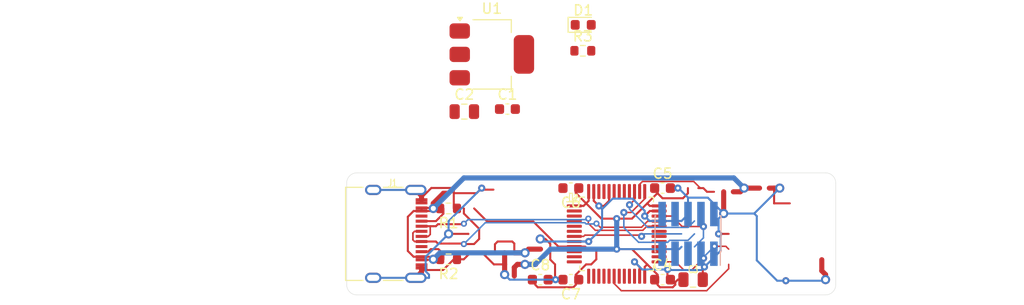
<source format=kicad_pcb>
(kicad_pcb (version 20240108) (generator "pcbnew") (generator_version "8.0")
  (layers (0 "F.Cu" signal "Front") (31 "B.Cu" signal "Back") (34 "B.Paste" user) (35 "F.Paste" user) (36 "B.SilkS" user "B.Silkscreen") (37 "F.SilkS" user "F.Silkscreen") (38 "B.Mask" user) (39 "F.Mask" user) (44 "Edge.Cuts" user))
  (net 0 "")
  (net 1 "gnd")
  (net 2 "usb.gnd")
  (net 3 "usb.conn.cc.cc1")
  (net 4 "usb.conn.cc.cc2")
  (net 5 "led.res.a")
  (net 6 "usb.pwr")
  (net 7 "reg.pwr_out")
  (net 8 "led.signal")
  (net 9 "usb.conn.A5")
  (net 10 "usb.conn.B5")
  (net 11 "mcu.ic.osc.xtal_out")
  (net 12 "mcu.reset_node")
  (net 13 "mcu.ic.osc.xtal_in")
  (net 14 "usb.usb.dp")
  (net 15 "usb.usb.dm")
  (net 16 "mcu.swd.tdi")
  (net 17 "v3v3")
  (net 18 "mcu.swd_node.swdio")
  (net 19 "mcu.swd_node.swclk")
  (net 20 "mcu.swd.swo")
  (footprint "Capacitor_SMD:C_0603_1608Metric" (layer "F.Cu") (at 153 52.5)
    (property "Reference" "C8" (at 0 -1.43 0) (layer "F.SilkS"))
    (property "Value" "50V 1uF X5R ±10% 0603 Multilayer Ceramic Capacitors MLCC - SMD/SMT ROHS")
    (fp_line (start -0.14058 -0.51) (end 0.14058 -0.51) (stroke (width 0.12)) (layer "F.SilkS"))
    (fp_line (start -0.14058 0.51) (end 0.14058 0.51) (stroke (width 0.12)) (layer "F.SilkS"))
    (pad "1" smd roundrect (at -0.775 0) (size 0.9 0.95) (layers "F.Cu" "F.Paste" "F.Mask") (net 7 "reg.pwr_out"))
    (pad "2" smd roundrect (at 0.775 0) (size 0.9 0.95) (layers "F.Cu" "F.Paste" "F.Mask") (net 2 "usb.gnd"))
  )
  (footprint "LED_SMD:LED_0603_1608Metric" (layer "F.Cu") (at 157.215 27.45)
    (property "Reference" "D1" (at 0 -1.43 0) (layer "F.SilkS"))
    (property "Value" "Red 615~630nm 1.9~2.2V 0603 Light Emitting Diodes (LED) RoHS")
    (fp_line (start -1.485 -0.735) (end -1.485 0.735) (stroke (width 0.12)) (layer "F.SilkS"))
    (fp_line (start -1.485 0.735) (end 0.8 0.735) (stroke (width 0.12)) (layer "F.SilkS"))
    (fp_line (start 0.8 -0.735) (end -1.485 -0.735) (stroke (width 0.12)) (layer "F.SilkS"))
    (pad "1" smd roundrect (at -0.7875 0) (size 0.875 0.95) (layers "F.Cu" "F.Paste" "F.Mask") (net 5 "led.res.a"))
    (pad "2" smd roundrect (at 0.7875 0) (size 0.875 0.95) (layers "F.Cu" "F.Paste" "F.Mask") (net 8 "led.signal"))
  )
  (footprint "Connector_USB:USB_C_Receptacle_XKB_U262-16XN-4BVC11" (layer "F.Cu") (at 137.675 48 -90)
    (property "Reference" "J1" (at -5 -0.825 180) (layer "F.SilkS") (effects (font (size 0.7 0.5) (thickness 0.1))))
    (property "Value" "COM-15111")
    (fp_line (start -4.58 3.785) (end -4.58 2.08) (stroke (width 0.12)) (layer "F.SilkS"))
    (fp_line (start 4.58 3.785) (end -4.58 3.785) (stroke (width 0.12)) (layer "F.SilkS"))
    (fp_line (start 4.58 2.08) (end 4.58 3.785) (stroke (width 0.12)) (layer "F.SilkS"))
    (fp_line (start 4.58 0.07) (end 4.58 -1.85) (stroke (width 0.12)) (layer "F.SilkS"))
    (fp_line (start -4.58 -1.85) (end -4.58 0.07) (stroke (width 0.12)) (layer "F.SilkS"))
    (pad "" np_thru_hole circle (at -2.89 -2.605 270) (size 0.65 0.65) (drill 0.65) (layers "*.Cu" "*.Mask"))
    (pad "" np_thru_hole circle (at 2.89 -2.605 270) (size 0.65 0.65) (drill 0.65) (layers "*.Cu" "*.Mask"))
    (pad "A1" smd rect (at -3.35 -3.67 270) (size 0.3 1.15) (layers "F.Cu" "F.Paste" "F.Mask") (net 2 "usb.gnd"))
    (pad "A4" smd rect (at -2.55 -3.67 270) (size 0.3 1.15) (layers "F.Cu" "F.Paste" "F.Mask") (net 6 "usb.pwr"))
    (pad "A5" smd rect (at -1.25 -3.67 270) (size 0.3 1.15) (layers "F.Cu" "F.Paste" "F.Mask") (net 3 "usb.conn.cc.cc1"))
    (pad "A6" smd rect (at -0.25 -3.67 270) (size 0.3 1.15) (layers "F.Cu" "F.Paste" "F.Mask") (net 14 "usb.usb.dp"))
    (pad "A7" smd rect (at 0.25 -3.67 270) (size 0.3 1.15) (layers "F.Cu" "F.Paste" "F.Mask") (net 15 "usb.usb.dm"))
    (pad "A8" smd rect (at 1.25 -3.67 270) (size 0.3 1.15) (layers "F.Cu" "F.Paste" "F.Mask"))
    (pad "A9" smd rect (at 2.55 -3.67 270) (size 0.3 1.15) (layers "F.Cu" "F.Paste" "F.Mask") (net 6 "usb.pwr"))
    (pad "A12" smd rect (at 3.35 -3.67 270) (size 0.3 1.15) (layers "F.Cu" "F.Paste" "F.Mask") (net 2 "usb.gnd"))
    (pad "B1" smd rect (at 3.05 -3.67 270) (size 0.3 1.15) (layers "F.Cu" "F.Paste" "F.Mask") (net 2 "usb.gnd"))
    (pad "B4" smd rect (at 2.25 -3.67 270) (size 0.3 1.15) (layers "F.Cu" "F.Paste" "F.Mask") (net 6 "usb.pwr"))
    (pad "B5" smd rect (at 1.75 -3.67 270) (size 0.3 1.15) (layers "F.Cu" "F.Paste" "F.Mask") (net 4 "usb.conn.cc.cc2"))
    (pad "B6" smd rect (at 0.75 -3.67 270) (size 0.3 1.15) (layers "F.Cu" "F.Paste" "F.Mask") (net 14 "usb.usb.dp"))
    (pad "B7" smd rect (at -0.75 -3.67 270) (size 0.3 1.15) (layers "F.Cu" "F.Paste" "F.Mask") (net 15 "usb.usb.dm"))
    (pad "B8" smd rect (at -1.75 -3.67 270) (size 0.3 1.15) (layers "F.Cu" "F.Paste" "F.Mask"))
    (pad "B9" smd rect (at -2.25 -3.67 270) (size 0.3 1.15) (layers "F.Cu" "F.Paste" "F.Mask") (net 6 "usb.pwr"))
    (pad "B12" smd rect (at -3.05 -3.67 270) (size 0.3 1.15) (layers "F.Cu" "F.Paste" "F.Mask") (net 2 "usb.gnd"))
    (pad "S1" thru_hole oval (at -4.32 -3.105 270) (size 1 2.1) (drill oval 0.6 1.7) (layers "*.Cu" "*.Mask") (net 2 "usb.gnd"))
    (pad "S1" thru_hole oval (at -4.32 1.075 270) (size 1 1.6) (drill oval 0.6 1.2) (layers "*.Cu" "*.Mask") (net 2 "usb.gnd"))
    (pad "S1" thru_hole oval (at 4.32 -3.105 270) (size 1 2.1) (drill oval 0.6 1.7) (layers "*.Cu" "*.Mask") (net 2 "usb.gnd"))
    (pad "S1" thru_hole oval (at 4.32 1.075 270) (size 1 1.6) (drill oval 0.6 1.2) (layers "*.Cu" "*.Mask") (net 2 "usb.gnd"))
  )
  (footprint "Capacitor_SMD:C_0603_1608Metric" (layer "F.Cu") (at 156 43.5 180)
    (property "Reference" "C6" (at 0 -1.43 180) (layer "F.SilkS"))
    (property "Value" "50V 100nF X7R ±10% 0603 Multilayer Ceramic Capacitors MLCC - SMD/SMT ROHS")
    (fp_line (start -0.14058 0.51) (end 0.14058 0.51) (stroke (width 0.12)) (layer "F.SilkS"))
    (fp_line (start -0.14058 -0.51) (end 0.14058 -0.51) (stroke (width 0.12)) (layer "F.SilkS"))
    (pad "1" smd roundrect (at -0.775 0 180) (size 0.9 0.95) (layers "F.Cu" "F.Paste" "F.Mask") (net 7 "reg.pwr_out"))
    (pad "2" smd roundrect (at 0.775 0 180) (size 0.9 0.95) (layers "F.Cu" "F.Paste" "F.Mask") (net 2 "usb.gnd"))
  )
  (footprint "Capacitor_SMD:C_0805_2012Metric" (layer "F.Cu") (at 168 52.5)
    (property "Reference" "C3" (at 0 -1 0) (layer "F.SilkS") (effects (font (size 0.7 0.5) (thickness 0.1))))
    (property "Value" "25V 4.7uF X5R ±10% 0805 Multilayer Ceramic Capacitors MLCC - SMD/SMT ROHS")
    (fp_line (start -0.261252 -0.735) (end 0.261252 -0.735) (stroke (width 0.12)) (layer "F.SilkS"))
    (fp_line (start -0.261252 0.735) (end 0.261252 0.735) (stroke (width 0.12)) (layer "F.SilkS"))
    (pad "1" smd roundrect (at -0.95 0) (size 1 1.45) (layers "F.Cu" "F.Paste" "F.Mask") (net 7 "reg.pwr_out"))
    (pad "2" smd roundrect (at 0.95 0) (size 1 1.45) (layers "F.Cu" "F.Paste" "F.Mask") (net 2 "usb.gnd"))
  )
  (footprint "Package_QFP:LQFP-48_7x7mm_P0.5mm" (layer "F.Cu") (at 160.5 48)
    (property "Reference" "U2" (at -4.25 -3.5 0) (layer "F.SilkS") (effects (font (size 0.7 0.5) (thickness 0.1))))
    (property "Value" "STM32F103xxT6")
    (fp_line (start -3.61 -3.61) (end -3.61 -3.16) (stroke (width 0.12)) (layer "F.SilkS"))
    (fp_line (start -3.61 -3.16) (end -4.9 -3.16) (stroke (width 0.12)) (layer "F.SilkS"))
    (fp_line (start -3.61 3.61) (end -3.61 3.16) (stroke (width 0.12)) (layer "F.SilkS"))
    (fp_line (start -3.16 -3.61) (end -3.61 -3.61) (stroke (width 0.12)) (layer "F.SilkS"))
    (fp_line (start -3.16 3.61) (end -3.61 3.61) (stroke (width 0.12)) (layer "F.SilkS"))
    (fp_line (start 3.16 -3.61) (end 3.61 -3.61) (stroke (width 0.12)) (layer "F.SilkS"))
    (fp_line (start 3.16 3.61) (end 3.61 3.61) (stroke (width 0.12)) (layer "F.SilkS"))
    (fp_line (start 3.61 -3.61) (end 3.61 -3.16) (stroke (width 0.12)) (layer "F.SilkS"))
    (fp_line (start 3.61 3.61) (end 3.61 3.16) (stroke (width 0.12)) (layer "F.SilkS"))
    (pad "1" smd roundrect (at -4.1625 -2.75) (size 1.475 0.3) (layers "F.Cu" "F.Paste" "F.Mask") (net 7 "reg.pwr_out"))
    (pad "2" smd roundrect (at -4.1625 -2.25) (size 1.475 0.3) (layers "F.Cu" "F.Paste" "F.Mask"))
    (pad "3" smd roundrect (at -4.1625 -1.75) (size 1.475 0.3) (layers "F.Cu" "F.Paste" "F.Mask"))
    (pad "4" smd roundrect (at -4.1625 -1.25) (size 1.475 0.3) (layers "F.Cu" "F.Paste" "F.Mask"))
    (pad "5" smd roundrect (at -4.1625 -0.75) (size 1.475 0.3) (layers "F.Cu" "F.Paste" "F.Mask") (net 13 "mcu.ic.osc.xtal_in"))
    (pad "6" smd roundrect (at -4.1625 -0.25) (size 1.475 0.3) (layers "F.Cu" "F.Paste" "F.Mask") (net 11 "mcu.ic.osc.xtal_out"))
    (pad "7" smd roundrect (at -4.1625 0.25) (size 1.475 0.3) (layers "F.Cu" "F.Paste" "F.Mask") (net 12 "mcu.reset_node"))
    (pad "8" smd roundrect (at -4.1625 0.75) (size 1.475 0.3) (layers "F.Cu" "F.Paste" "F.Mask") (net 2 "usb.gnd"))
    (pad "9" smd roundrect (at -4.1625 1.25) (size 1.475 0.3) (layers "F.Cu" "F.Paste" "F.Mask") (net 7 "reg.pwr_out"))
    (pad "10" smd roundrect (at -4.1625 1.75) (size 1.475 0.3) (layers "F.Cu" "F.Paste" "F.Mask") (net 8 "led.signal"))
    (pad "11" smd roundrect (at -4.1625 2.25) (size 1.475 0.3) (layers "F.Cu" "F.Paste" "F.Mask"))
    (pad "12" smd roundrect (at -4.1625 2.75) (size 1.475 0.3) (layers "F.Cu" "F.Paste" "F.Mask"))
    (pad "13" smd roundrect (at -2.75 4.1625) (size 0.3 1.475) (layers "F.Cu" "F.Paste" "F.Mask"))
    (pad "14" smd roundrect (at -2.25 4.1625) (size 0.3 1.475) (layers "F.Cu" "F.Paste" "F.Mask"))
    (pad "15" smd roundrect (at -1.75 4.1625) (size 0.3 1.475) (layers "F.Cu" "F.Paste" "F.Mask"))
    (pad "16" smd roundrect (at -1.25 4.1625) (size 0.3 1.475) (layers "F.Cu" "F.Paste" "F.Mask"))
    (pad "17" smd roundrect (at -0.75 4.1625) (size 0.3 1.475) (layers "F.Cu" "F.Paste" "F.Mask"))
    (pad "18" smd roundrect (at -0.25 4.1625) (size 0.3 1.475) (layers "F.Cu" "F.Paste" "F.Mask"))
    (pad "19" smd roundrect (at 0.25 4.1625) (size 0.3 1.475) (layers "F.Cu" "F.Paste" "F.Mask"))
    (pad "20" smd roundrect (at 0.75 4.1625) (size 0.3 1.475) (layers "F.Cu" "F.Paste" "F.Mask"))
    (pad "21" smd roundrect (at 1.25 4.1625) (size 0.3 1.475) (layers "F.Cu" "F.Paste" "F.Mask"))
    (pad "22" smd roundrect (at 1.75 4.1625) (size 0.3 1.475) (layers "F.Cu" "F.Paste" "F.Mask"))
    (pad "23" smd roundrect (at 2.25 4.1625) (size 0.3 1.475) (layers "F.Cu" "F.Paste" "F.Mask") (net 2 "usb.gnd"))
    (pad "24" smd roundrect (at 2.75 4.1625) (size 0.3 1.475) (layers "F.Cu" "F.Paste" "F.Mask") (net 7 "reg.pwr_out"))
    (pad "25" smd roundrect (at 4.1625 2.75) (size 1.475 0.3) (layers "F.Cu" "F.Paste" "F.Mask"))
    (pad "26" smd roundrect (at 4.1625 2.25) (size 1.475 0.3) (layers "F.Cu" "F.Paste" "F.Mask"))
    (pad "27" smd roundrect (at 4.1625 1.75) (size 1.475 0.3) (layers "F.Cu" "F.Paste" "F.Mask"))
    (pad "28" smd roundrect (at 4.1625 1.25) (size 1.475 0.3) (layers "F.Cu" "F.Paste" "F.Mask"))
    (pad "29" smd roundrect (at 4.1625 0.75) (size 1.475 0.3) (layers "F.Cu" "F.Paste" "F.Mask"))
    (pad "30" smd roundrect (at 4.1625 0.25) (size 1.475 0.3) (layers "F.Cu" "F.Paste" "F.Mask"))
    (pad "31" smd roundrect (at 4.1625 -0.25) (size 1.475 0.3) (layers "F.Cu" "F.Paste" "F.Mask"))
    (pad "32" smd roundrect (at 4.1625 -0.75) (size 1.475 0.3) (layers "F.Cu" "F.Paste" "F.Mask"))
    (pad "33" smd roundrect (at 4.1625 -1.25) (size 1.475 0.3) (layers "F.Cu" "F.Paste" "F.Mask"))
    (pad "34" smd roundrect (at 4.1625 -1.75) (size 1.475 0.3) (layers "F.Cu" "F.Paste" "F.Mask") (net 18 "mcu.swd_node.swdio"))
    (pad "35" smd roundrect (at 4.1625 -2.25) (size 1.475 0.3) (layers "F.Cu" "F.Paste" "F.Mask") (net 2 "usb.gnd"))
    (pad "36" smd roundrect (at 4.1625 -2.75) (size 1.475 0.3) (layers "F.Cu" "F.Paste" "F.Mask") (net 7 "reg.pwr_out"))
    (pad "37" smd roundrect (at 2.75 -4.1625) (size 0.3 1.475) (layers "F.Cu" "F.Paste" "F.Mask") (net 19 "mcu.swd_node.swclk"))
    (pad "38" smd roundrect (at 2.25 -4.1625) (size 0.3 1.475) (layers "F.Cu" "F.Paste" "F.Mask"))
    (pad "39" smd roundrect (at 1.75 -4.1625) (size 0.3 1.475) (layers "F.Cu" "F.Paste" "F.Mask"))
    (pad "40" smd roundrect (at 1.25 -4.1625) (size 0.3 1.475) (layers "F.Cu" "F.Paste" "F.Mask"))
    (pad "41" smd roundrect (at 0.75 -4.1625) (size 0.3 1.475) (layers "F.Cu" "F.Paste" "F.Mask"))
    (pad "42" smd roundrect (at 0.25 -4.1625) (size 0.3 1.475) (layers "F.Cu" "F.Paste" "F.Mask"))
    (pad "43" smd roundrect (at -0.25 -4.1625) (size 0.3 1.475) (layers "F.Cu" "F.Paste" "F.Mask"))
    (pad "44" smd roundrect (at -0.75 -4.1625) (size 0.3 1.475) (layers "F.Cu" "F.Paste" "F.Mask") (net 2 "usb.gnd"))
    (pad "45" smd roundrect (at -1.25 -4.1625) (size 0.3 1.475) (layers "F.Cu" "F.Paste" "F.Mask"))
    (pad "46" smd roundrect (at -1.75 -4.1625) (size 0.3 1.475) (layers "F.Cu" "F.Paste" "F.Mask"))
    (pad "47" smd roundrect (at -2.25 -4.1625) (size 0.3 1.475) (layers "F.Cu" "F.Paste" "F.Mask") (net 2 "usb.gnd"))
    (pad "48" smd roundrect (at -2.75 -4.1625) (size 0.3 1.475) (layers "F.Cu" "F.Paste" "F.Mask") (net 7 "reg.pwr_out"))
  )
  (footprint "Capacitor_SMD:C_0805_2012Metric" (layer "F.Cu") (at 145.545 35.98)
    (property "Reference" "C2" (at 0 -1.68 0) (layer "F.SilkS"))
    (property "Value" "X5R 25V ±10% 10uF 0805 Multilayer Ceramic Capacitors MLCC - SMD/SMT ROHS")
    (fp_line (start -0.261252 -0.735) (end 0.261252 -0.735) (stroke (width 0.12)) (layer "F.SilkS"))
    (fp_line (start -0.261252 0.735) (end 0.261252 0.735) (stroke (width 0.12)) (layer "F.SilkS"))
    (pad "1" smd roundrect (at -0.95 0) (size 1 1.45) (layers "F.Cu" "F.Paste" "F.Mask") (net 7 "reg.pwr_out"))
    (pad "2" smd roundrect (at 0.95 0) (size 1 1.45) (layers "F.Cu" "F.Paste" "F.Mask") (net 2 "usb.gnd"))
  )
  (footprint "Package_TO_SOT_SMD:SOT-223-3_TabPin2" (layer "F.Cu") (at 148.245 30.355)
    (property "Reference" "U1" (at 0 -4.5 0) (layer "F.SilkS"))
    (property "Value" "LD1117S33TR")
    (fp_line (start -1.85 -3.41) (end 1.91 -3.41) (stroke (width 0.12)) (layer "F.SilkS"))
    (fp_line (start -1.85 3.41) (end 1.91 3.41) (stroke (width 0.12)) (layer "F.SilkS"))
    (fp_line (start 1.91 -3.41) (end 1.91 -2.15) (stroke (width 0.12)) (layer "F.SilkS"))
    (fp_line (start 1.91 3.41) (end 1.91 2.15) (stroke (width 0.12)) (layer "F.SilkS"))
    (fp_poly (pts (xy -3.13 -3.31) (xy -3.37 -3.64) (xy -2.89 -3.64) (xy -3.13 -3.31)) (stroke (width 0.12)) (fill solid) (layer "F.SilkS"))
    (pad "1" smd roundrect (at -3.15 -2.3) (size 2 1.5) (layers "F.Cu" "F.Paste" "F.Mask") (net 2 "usb.gnd"))
    (pad "2" smd roundrect (at -3.15 0) (size 2 1.5) (layers "F.Cu" "F.Paste" "F.Mask") (net 7 "reg.pwr_out"))
    (pad "2" smd roundrect (at 3.15 0) (size 2 3.8) (layers "F.Cu" "F.Paste" "F.Mask") (net 7 "reg.pwr_out"))
    (pad "3" smd roundrect (at -3.15 2.3) (size 2 1.5) (layers "F.Cu" "F.Paste" "F.Mask") (net 6 "usb.pwr"))
  )
  (footprint "Resistor_SMD:R_0603_1608Metric" (layer "F.Cu") (at 144 45.5 180)
    (property "Reference" "R1" (at 0 -1.43 180) (layer "F.SilkS"))
    (property "Value" "±1% 1/10W Thick Film Resistors 75V ±100ppm/? -55?~+155? 5.1k? 0603 Chip Resistor - Surface Mount ROHS")
    (fp_line (start -0.237258 0.5225) (end 0.237258 0.5225) (stroke (width 0.12)) (layer "F.SilkS"))
    (fp_line (start -0.237258 -0.5225) (end 0.237258 -0.5225) (stroke (width 0.12)) (layer "F.SilkS"))
    (pad "1" smd roundrect (at -0.825 0 180) (size 0.8 0.95) (layers "F.Cu" "F.Paste" "F.Mask") (net 2 "usb.gnd"))
    (pad "2" smd roundrect (at 0.825 0 180) (size 0.8 0.95) (layers "F.Cu" "F.Paste" "F.Mask") (net 3 "usb.conn.cc.cc1"))
  )
  (footprint "Capacitor_SMD:C_0603_1608Metric" (layer "F.Cu") (at 165 43.5)
    (property "Reference" "C5" (at 0 -1.43 0) (layer "F.SilkS"))
    (property "Value" "50V 100nF X7R ±10% 0603 Multilayer Ceramic Capacitors MLCC - SMD/SMT ROHS")
    (fp_line (start -0.14058 -0.51) (end 0.14058 -0.51) (stroke (width 0.12)) (layer "F.SilkS"))
    (fp_line (start -0.14058 0.51) (end 0.14058 0.51) (stroke (width 0.12)) (layer "F.SilkS"))
    (pad "1" smd roundrect (at -0.775 0) (size 0.9 0.95) (layers "F.Cu" "F.Paste" "F.Mask") (net 7 "reg.pwr_out"))
    (pad "2" smd roundrect (at 0.775 0) (size 0.9 0.95) (layers "F.Cu" "F.Paste" "F.Mask") (net 2 "usb.gnd"))
  )
  (footprint "Resistor_SMD:R_0603_1608Metric" (layer "F.Cu") (at 144 50.5 180)
    (property "Reference" "R2" (at 0 -1.43 180) (layer "F.SilkS"))
    (property "Value" "±1% 1/10W Thick Film Resistors 75V ±100ppm/? -55?~+155? 5.1k? 0603 Chip Resistor - Surface Mount ROHS")
    (fp_line (start -0.237258 0.5225) (end 0.237258 0.5225) (stroke (width 0.12)) (layer "F.SilkS"))
    (fp_line (start -0.237258 -0.5225) (end 0.237258 -0.5225) (stroke (width 0.12)) (layer "F.SilkS"))
    (pad "1" smd roundrect (at -0.825 0 180) (size 0.8 0.95) (layers "F.Cu" "F.Paste" "F.Mask") (net 2 "usb.gnd"))
    (pad "2" smd roundrect (at 0.825 0 180) (size 0.8 0.95) (layers "F.Cu" "F.Paste" "F.Mask") (net 4 "usb.conn.cc.cc2"))
  )
  (footprint "Capacitor_SMD:C_0603_1608Metric" (layer "F.Cu") (at 156 52.5 180)
    (property "Reference" "C7" (at 0 -1.43 180) (layer "F.SilkS"))
    (property "Value" "50V 10nF X7R ±10% 0603 Multilayer Ceramic Capacitors MLCC - SMD/SMT ROHS")
    (fp_line (start -0.14058 0.51) (end 0.14058 0.51) (stroke (width 0.12)) (layer "F.SilkS"))
    (fp_line (start -0.14058 -0.51) (end 0.14058 -0.51) (stroke (width 0.12)) (layer "F.SilkS"))
    (pad "1" smd roundrect (at -0.775 0 180) (size 0.9 0.95) (layers "F.Cu" "F.Paste" "F.Mask") (net 7 "reg.pwr_out"))
    (pad "2" smd roundrect (at 0.775 0 180) (size 0.9 0.95) (layers "F.Cu" "F.Paste" "F.Mask") (net 2 "usb.gnd"))
  )
  (footprint "Capacitor_SMD:C_0603_1608Metric" (layer "F.Cu") (at 165 52.5)
    (property "Reference" "C4" (at 0 -1.43 0) (layer "F.SilkS"))
    (property "Value" "50V 100nF X7R ±10% 0603 Multilayer Ceramic Capacitors MLCC - SMD/SMT ROHS")
    (fp_line (start -0.14058 -0.51) (end 0.14058 -0.51) (stroke (width 0.12)) (layer "F.SilkS"))
    (fp_line (start -0.14058 0.51) (end 0.14058 0.51) (stroke (width 0.12)) (layer "F.SilkS"))
    (pad "1" smd roundrect (at -0.775 0) (size 0.9 0.95) (layers "F.Cu" "F.Paste" "F.Mask") (net 7 "reg.pwr_out"))
    (pad "2" smd roundrect (at 0.775 0) (size 0.9 0.95) (layers "F.Cu" "F.Paste" "F.Mask") (net 2 "usb.gnd"))
  )
  (footprint "Capacitor_SMD:C_0603_1608Metric" (layer "F.Cu") (at 149.775 35.73)
    (property "Reference" "C1" (at 0 -1.43 0) (layer "F.SilkS"))
    (property "Value" "50V 100nF X7R ±10% 0603 Multilayer Ceramic Capacitors MLCC - SMD/SMT ROHS")
    (fp_line (start -0.14058 -0.51) (end 0.14058 -0.51) (stroke (width 0.12)) (layer "F.SilkS"))
    (fp_line (start -0.14058 0.51) (end 0.14058 0.51) (stroke (width 0.12)) (layer "F.SilkS"))
    (pad "1" smd roundrect (at -0.775 0) (size 0.9 0.95) (layers "F.Cu" "F.Paste" "F.Mask") (net 6 "usb.pwr"))
    (pad "2" smd roundrect (at 0.775 0) (size 0.9 0.95) (layers "F.Cu" "F.Paste" "F.Mask") (net 2 "usb.gnd"))
  )
  (footprint "Resistor_SMD:R_0603_1608Metric" (layer "F.Cu") (at 157.175 30)
    (property "Reference" "R3" (at 0 -1.43 0) (layer "F.SilkS"))
    (property "Value" "±1% 1/10W Thick Film Resistors 75V ±100ppm/? -55?~+155? 1k? 0603 Chip Resistor - Surface Mount ROHS")
    (fp_line (start -0.237258 -0.5225) (end 0.237258 -0.5225) (stroke (width 0.12)) (layer "F.SilkS"))
    (fp_line (start -0.237258 0.5225) (end 0.237258 0.5225) (stroke (width 0.12)) (layer "F.SilkS"))
    (pad "1" smd roundrect (at -0.825 0) (size 0.8 0.95) (layers "F.Cu" "F.Paste" "F.Mask") (net 5 "led.res.a"))
    (pad "2" smd roundrect (at 0.825 0) (size 0.8 0.95) (layers "F.Cu" "F.Paste" "F.Mask") (net 2 "usb.gnd"))
  )
  (footprint "Connector_PinHeader_1.27mm:PinHeader_2x05_P1.27mm_Vertical_SMD" (layer "B.Cu") (at 167.5 48 90)
    (property "Reference" "J2" (hide yes))
    (property "Value" "PinHeader1.27 Shrouded 2x5")
    (fp_line (start 1.765 -3.235) (end -1.765 -3.235) (stroke (width 0.12)) (layer "B.SilkS"))
    (fp_line (start 1.765 -3.235) (end 1.765 -3.17) (stroke (width 0.12)) (layer "B.SilkS"))
    (fp_line (start -1.765 -3.235) (end -1.765 -3.17) (stroke (width 0.12)) (layer "B.SilkS"))
    (fp_line (start 1.765 3.17) (end 1.765 3.235) (stroke (width 0.12)) (layer "B.SilkS"))
    (fp_line (start -1.765 3.17) (end -3.09 3.17) (stroke (width 0.12)) (layer "B.SilkS"))
    (fp_line (start -1.765 3.17) (end -1.765 3.235) (stroke (width 0.12)) (layer "B.SilkS"))
    (fp_line (start 1.765 3.235) (end -1.765 3.235) (stroke (width 0.12)) (layer "B.SilkS"))
    (pad "1" smd rect (at -1.95 2.54 90) (size 2.4 0.74) (layers "B.Cu" "B.Paste" "B.Mask") (net 7 "reg.pwr_out"))
    (pad "2" smd rect (at 1.95 2.54 90) (size 2.4 0.74) (layers "B.Cu" "B.Paste" "B.Mask") (net 18 "mcu.swd_node.swdio"))
    (pad "3" smd rect (at -1.95 1.27 90) (size 2.4 0.74) (layers "B.Cu" "B.Paste" "B.Mask") (net 2 "usb.gnd"))
    (pad "4" smd rect (at 1.95 1.27 90) (size 2.4 0.74) (layers "B.Cu" "B.Paste" "B.Mask") (net 19 "mcu.swd_node.swclk"))
    (pad "5" smd rect (at -1.95 0 90) (size 2.4 0.74) (layers "B.Cu" "B.Paste" "B.Mask") (net 2 "usb.gnd"))
    (pad "6" smd rect (at 1.95 0 90) (size 2.4 0.74) (layers "B.Cu" "B.Paste" "B.Mask") (net 20 "mcu.swd.swo"))
    (pad "7" smd rect (at -1.95 -1.27 90) (size 2.4 0.74) (layers "B.Cu" "B.Paste" "B.Mask"))
    (pad "8" smd rect (at 1.95 -1.27 90) (size 2.4 0.74) (layers "B.Cu" "B.Paste" "B.Mask") (net 16 "mcu.swd.tdi"))
    (pad "9" smd rect (at -1.95 -2.54 90) (size 2.4 0.74) (layers "B.Cu" "B.Paste" "B.Mask") (net 2 "usb.gnd"))
    (pad "10" smd rect (at 1.95 -2.54 90) (size 2.4 0.74) (layers "B.Cu" "B.Paste" "B.Mask") (net 12 "mcu.reset_node"))
  )
  (gr_arc (start 134 43) (mid 134.292893 42.292893) (end 135 42) (stroke (width 0.0381)) (layer "Edge.Cuts"))
  (gr_arc (start 182 53) (mid 181.707107 53.707107) (end 181 54) (stroke (width 0.0381)) (layer "Edge.Cuts"))
  (gr_line (start 134 43) (end 134 53) (stroke (width 0.0381)) (layer "Edge.Cuts"))
  (gr_line (start 135 54) (end 181 54) (stroke (width 0.0381)) (layer "Edge.Cuts"))
  (gr_arc (start 181 42) (mid 181.707107 42.292893) (end 182 43) (stroke (width 0.0381)) (layer "Edge.Cuts"))
  (gr_line (start 181 42) (end 135 42) (stroke (width 0.0381)) (layer "Edge.Cuts"))
  (gr_line (start 182 53) (end 182 43) (stroke (width 0.0381)) (layer "Edge.Cuts"))
  (gr_arc (start 135 54) (mid 134.292893 53.707107) (end 134 53) (stroke (width 0.0381)) (layer "Edge.Cuts"))
  (segment (start 142.5 45.45) (end 141.67 45.45) (width 0.2) (layer "F.Cu") (net 0))
  (segment (start 169.362 43.8625) (end 169 43.5) (width 0.2) (layer "F.Cu") (net 0))
  (segment (start 153.02 49.5) (end 151.862 49.5) (width 0.5) (layer "F.Cu") (net 0))
  (segment (start 141.67 50.55) (end 142.38 50.55) (width 0.2) (layer "F.Cu") (net 0))
  (segment (start 142.5 45.5) (end 142.5 45.45) (width 0.5) (layer "F.Cu") (net 0))
  (segment (start 169 43.5) (end 168.7119 43.5) (width 0.2) (layer "F.Cu") (net 0))
  (segment (start 143.5 44) (end 143.95 44) (width 0.5) (layer "F.Cu") (net 0))
  (segment (start 142.38 50.55) (end 142.44 50.4897) (width 0.2) (layer "F.Cu") (net 0))
  (segment (start 141.345 45.75) (end 140.57 45.75) (width 0.2) (layer "F.Cu") (net 0))
  (segment (start 169.3313 53.5858) (end 171.49 51.4271) (width 0.15) (layer "F.Cu") (net 0))
  (segment (start 170.05 43.8625) (end 169.362 43.8625) (width 0.2) (layer "F.Cu") (net 0))
  (segment (start 168.0615 42.8496) (end 163.0266 42.8496) (width 0.15) (layer "F.Cu") (net 0))
  (segment (start 142.4897 50.4897) (end 142.5 50.5) (width 0.2) (layer "F.Cu") (net 0))
  (segment (start 168.7119 43.5) (end 168.0615 42.8496) (width 0.15) (layer "F.Cu") (net 0))
  (segment (start 142.5 45.45) (end 142.2 45.75) (width 0.2) (layer "F.Cu") (net 0))
  (segment (start 172.638 43.8625) (end 173 43.5) (width 0.5) (layer "F.Cu") (net 0))
  (segment (start 167.8744 51.5488) (end 169.0282 50.395) (width 0.15) (layer "F.Cu") (net 0))
  (segment (start 160.25 52.1625) (end 160.25 52.8848) (width 0.15) (layer "F.Cu") (net 0))
  (segment (start 163.0266 42.8496) (end 162.75 43.1262) (width 0.15) (layer "F.Cu") (net 0))
  (segment (start 148.55 49.8625) (end 148.55 49.0172) (width 0.2) (layer "F.Cu") (net 0))
  (segment (start 140.57 45.75) (end 140 46.32) (width 0.2) (layer "F.Cu") (net 0))
  (segment (start 151.5 49.8625) (end 150.45 49.8625) (width 0.5) (layer "F.Cu") (net 0))
  (segment (start 140.57 50.25) (end 141.345 50.25) (width 0.2) (layer "F.Cu") (net 0))
  (segment (start 142.2 45.75) (end 141.67 45.75) (width 0.2) (layer "F.Cu") (net 0))
  (segment (start 140 46.32) (end 140 49.68) (width 0.2) (layer "F.Cu") (net 0))
  (segment (start 141.345 50.25) (end 142.32 50.25) (width 0.2) (layer "F.Cu") (net 0))
  (segment (start 166.2857 50.75) (end 167.0845 51.5488) (width 0.15) (layer "F.Cu") (net 0))
  (segment (start 151.862 49.5) (end 151.5 49.8625) (width 0.5) (layer "F.Cu") (net 0))
  (segment (start 142.32 50.25) (end 142.5 50.25) (width 0.2) (layer "F.Cu") (net 0))
  (segment (start 162.75 43.1262) (end 162.75 43.8375) (width 0.15) (layer "F.Cu") (net 0))
  (segment (start 148.817 48.75) (end 150.25 48.75) (width 0.2) (layer "F.Cu") (net 0))
  (segment (start 142.5 50.4295) (end 142.32 50.25) (width 0.2) (layer "F.Cu") (net 0))
  (segment (start 141.67 50.55) (end 141.345 50.55) (width 0.2) (layer "F.Cu") (net 0))
  (segment (start 174.52 43.5) (end 173 43.5) (width 0.5) (layer "F.Cu") (net 0))
  (segment (start 150.45 48.95) (end 150.45 49.8625) (width 0.2) (layer "F.Cu") (net 0))
  (segment (start 142.5 45.45) (end 142.5 45) (width 0.5) (layer "F.Cu") (net 0))
  (segment (start 171.49 51.4271) (end 171.49 51) (width 0.15) (layer "F.Cu") (net 0))
  (segment (start 148.55 49.0172) (end 148.817 48.75) (width 0.2) (layer "F.Cu") (net 0))
  (segment (start 170.0957 49.2198) (end 171.2098 49.2198) (width 0.15) (layer "F.Cu") (net 0))
  (segment (start 164.6625 50.75) (end 166.2857 50.75) (width 0.15) (layer "F.Cu") (net 0))
  (segment (start 142.44 50.4897) (end 142.5 50.4295) (width 0.2) (layer "F.Cu") (net 0))
  (segment (start 168.7119 43.5) (end 168.51 43.5) (width 0.2) (layer "F.Cu") (net 0))
  (segment (start 141.345 45.75) (end 141.345 45.45) (width 0.2) (layer "F.Cu") (net 0))
  (segment (start 160.25 52.8848) (end 160.951 53.5858) (width 0.15) (layer "F.Cu") (net 0))
  (segment (start 160.951 53.5858) (end 169.3313 53.5858) (width 0.15) (layer "F.Cu") (net 0))
  (segment (start 142.44 50.4897) (end 142.4897 50.4897) (width 0.2) (layer "F.Cu") (net 0))
  (segment (start 140 49.68) (end 140.57 50.25) (width 0.2) (layer "F.Cu") (net 0))
  (segment (start 171.95 43.8625) (end 172.638 43.8625) (width 0.5) (layer "F.Cu") (net 0))
  (segment (start 142.5 45) (end 143.5 44) (width 0.5) (layer "F.Cu") (net 0))
  (segment (start 167.0845 51.5488) (end 167.8744 51.5488) (width 0.15) (layer "F.Cu") (net 0))
  (segment (start 171.2098 49.2198) (end 171.49 49.5) (width 0.15) (layer "F.Cu") (net 0))
  (segment (start 150.25 48.75) (end 150.45 48.95) (width 0.2) (layer "F.Cu") (net 0))
  (segment (start 141.67 45.75) (end 141.345 45.75) (width 0.2) (layer "F.Cu") (net 0))
  (via (at 142.5 50.5) (size 0.9) (drill 0.5) (layers "F.Cu" "B.Cu") (net 0))
  (via (at 173 43.5) (size 0.9) (drill 0.5) (layers "F.Cu" "B.Cu") (net 0))
  (via (at 170.0957 49.2198) (size 0.7) (drill 0.3) (layers "F.Cu" "B.Cu") (net 0))
  (via (at 142.5 45.5) (size 0.9) (drill 0.5) (layers "F.Cu" "B.Cu") (net 0))
  (via (at 151.5 49.8625) (size 0.9) (drill 0.5) (layers "F.Cu" "B.Cu") (net 0))
  (via (at 169.0282 50.395) (size 0.7) (drill 0.3) (layers "F.Cu" "B.Cu") (net 0))
  (segment (start 143.138 49.8625) (end 151.5 49.8625) (width 0.5) (layer "B.Cu") (net 0))
  (segment (start 169.0282 50.2873) (end 169.0282 50.395) (width 0.15) (layer "B.Cu") (net 0))
  (segment (start 142.5 45.5) (end 145.5 42.5) (width 0.5) (layer "B.Cu") (net 0))
  (segment (start 142.5 50.5) (end 143.138 49.8625) (width 0.5) (layer "B.Cu") (net 0))
  (segment (start 170.0957 49.2198) (end 169.0282 50.2873) (width 0.15) (layer "B.Cu") (net 0))
  (segment (start 145.5 42.5) (end 172 42.5) (width 0.5) (layer "B.Cu") (net 0))
  (segment (start 172 42.5) (end 173 43.5) (width 0.5) (layer "B.Cu") (net 0))
  (segment (start 141.345 51.5525) (end 141.345 51.755) (width 0.5) (layer "F.Cu") (net 1))
  (segment (start 148.4441 51) (end 147.3327 49.8886) (width 0.2) (layer "F.Cu") (net 1))
  (segment (start 141.345 44.245) (end 140.78 43.68) (width 0.5) (layer "F.Cu") (net 1))
  (segment (start 164.6625 45.75) (end 164.662 45.75) (width 0.2) (layer "F.Cu") (net 1))
  (segment (start 159.25 45.25) (end 158.75 45.25) (width 0.2) (layer "F.Cu") (net 1))
  (segment (start 165.48 52.5) (end 165.48 51.52) (width 0.2) (layer "F.Cu") (net 1))
  (segment (start 154.45 51) (end 154.45 52.45) (width 0.2) (layer "F.Cu") (net 1))
  (segment (start 142.3039 43.4886) (end 144.2544 43.4886) (width 0.2) (layer "F.Cu") (net 1))
  (segment (start 180.63 50.54) (end 180.63 51.63) (width 0.5) (layer "F.Cu") (net 1))
  (segment (start 144.2544 43.4886) (end 144.51 43.7442) (width 0.2) (layer "F.Cu") (net 1))
  (segment (start 165.48 51.52) (end 165.5 51.5) (width 0.2) (layer "F.Cu") (net 1))
  (segment (start 141.345 51.755) (end 140.78 52.32) (width 0.5) (layer "F.Cu") (net 1))
  (segment (start 163.75 45.75) (end 163.25 46.25) (width 0.2) (layer "F.Cu") (net 1))
  (segment (start 146.05 44) (end 146.75 44) (width 0.2) (layer "F.Cu") (net 1))
  (segment (start 153.5 48.5) (end 153 48.5) (width 0.2) (layer "F.Cu") (net 1))
  (segment (start 143.4575 51.5525) (end 144.51 50.5) (width 0.2) (layer "F.Cu") (net 1))
  (segment (start 153.98 49.5) (end 153.98 48.98) (width 0.2) (layer "F.Cu") (net 1))
  (segment (start 144.51 44) (end 146.05 44) (width 0.2) (layer "F.Cu") (net 1))
  (segment (start 141.345 44.4475) (end 142.3039 43.4886) (width 0.2) (layer "F.Cu") (net 1))
  (segment (start 149.5 51) (end 148.4441 51) (width 0.2) (layer "F.Cu") (net 1))
  (segment (start 146.1014 49.8886) (end 145.49 50.5) (width 0.2) (layer "F.Cu") (net 1))
  (segment (start 155.52 52.5) (end 154.5 52.5) (width 0.2) (layer "F.Cu") (net 1))
  (segment (start 175.95 45) (end 175.95 43.5) (width 0.2) (layer "F.Cu") (net 1))
  (segment (start 153.48 52.5) (end 154.5 52.5) (width 0.2) (layer "F.Cu") (net 1))
  (segment (start 141.345 51.5525) (end 143.4575 51.5525) (width 0.2) (layer "F.Cu") (net 1))
  (segment (start 158.25 43.8375) (end 158.25 44.75) (width 0.2) (layer "F.Cu") (net 1))
  (segment (start 168.95 51.414) (end 169.113 51.251) (width 0.2) (layer "F.Cu") (net 1))
  (segment (start 146.75 44) (end 147.25 43.5) (width 0.2) (layer "F.Cu") (net 1))
  (segment (start 141.345 44.95) (end 141.345 44.65) (width 0.2) (layer "F.Cu") (net 1))
  (segment (start 154.45 52.45) (end 154.5 52.5) (width 0.2) (layer "F.Cu") (net 1))
  (segment (start 156.338 48.75) (end 157.75 48.75) (width 0.2) (layer "F.Cu") (net 1))
  (segment (start 141.345 51.35) (end 141.345 51.5525) (width 0.5) (layer "F.Cu") (net 1))
  (segment (start 171 43.8625) (end 171 46) (width 0.5) (layer "F.Cu") (net 1))
  (segment (start 164.662 45.75) (end 163.75 45.75) (width 0.2) (layer "F.Cu") (net 1))
  (segment (start 175.48 43.5) (end 175.95 43.5) (width 0.5) (layer "F.Cu") (net 1))
  (segment (start 144.51 44) (end 144.51 45.5) (width 0.2) (layer "F.Cu") (net 1))
  (segment (start 141.345 44.65) (end 141.345 44.4475) (width 0.5) (layer "F.Cu") (net 1))
  (segment (start 147.3327 49.8886) (end 146.1014 49.8886) (width 0.2) (layer "F.Cu") (net 1))
  (segment (start 145.9375 48) (end 144 48) (width 0.2) (layer "F.Cu") (net 1))
  (segment (start 149.5 49.8625) (end 149.5 51) (width 0.5) (layer "F.Cu") (net 1))
  (segment (start 162.75 51.25) (end 162.25 50.75) (width 0.2) (layer "F.Cu") (net 1))
  (segment (start 141.345 51.05) (end 141.345 51.35) (width 0.2) (layer "F.Cu") (net 1))
  (segment (start 144.51 50.5) (end 145.49 50.5) (width 0.2) (layer "F.Cu") (net 1))
  (segment (start 145.938 48) (end 145.9375 48) (width 0.2) (layer "F.Cu") (net 1))
  (segment (start 154.45 51) (end 153.98 50.53) (width 0.2) (layer "F.Cu") (net 1))
  (segment (start 159.75 44.75) (end 159.25 45.25) (width 0.2) (layer "F.Cu") (net 1))
  (segment (start 149.5 51) (end 149.5 52) (width 0.5) (layer "F.Cu") (net 1))
  (segment (start 153.98 50.53) (end 153.98 49.5) (width 0.2) (layer "F.Cu") (net 1))
  (segment (start 180.63 51.63) (end 181 52) (width 0.5) (layer "F.Cu") (net 1))
  (segment (start 181 52) (end 181 52.5) (width 0.5) (layer "F.Cu") (net 1))
  (segment (start 159.75 43.8375) (end 159.75 44.75) (width 0.2) (layer "F.Cu") (net 1))
  (segment (start 153.98 48.98) (end 153.5 48.5) (width 0.2) (layer "F.Cu") (net 1))
  (segment (start 175.95 43.5) (end 176.5 43.5) (width 0.5) (layer "F.Cu") (net 1))
  (segment (start 141.345 44.4475) (end 141.345 44.245) (width 0.5) (layer "F.Cu") (net 1))
  (segment (start 156.338 48.75) (end 156.3375 48.75) (width 0.2) (layer "F.Cu") (net 1))
  (segment (start 168.95 52.5) (end 168.95 51.414) (width 0.2) (layer "F.Cu") (net 1))
  (segment (start 175.95 45) (end 177.49 45) (width 0.2) (layer "F.Cu") (net 1))
  (segment (start 147.4 43.65) (end 147.25 43.5) (width 0.2) (layer "F.Cu") (net 1))
  (segment (start 148.4 43.65) (end 147.4 43.65) (width 0.2) (layer "F.Cu") (net 1))
  (segment (start 162.75 52.1625) (end 162.75 51.25) (width 0.2) (layer "F.Cu") (net 1))
  (segment (start 166.5 43.5) (end 165.48 43.5) (width 0.2) (layer "F.Cu") (net 1))
  (segment (start 158.25 44.75) (end 158.75 45.25) (width 0.2) (layer "F.Cu") (net 1))
  (segment (start 171.49 48) (end 170.5 48) (width 0.2) (layer "F.Cu") (net 1))
  (segment (start 144.51 43.7442) (end 144.51 44) (width 0.2) (layer "F.Cu") (net 1))
  (via (at 166.5 43.5) (size 0.7) (drill 0.3) (layers "F.Cu" "B.Cu") (net 1))
  (via (at 170.5 48) (size 0.7) (drill 0.3) (layers "F.Cu" "B.Cu") (net 1))
  (via (at 162.25 50.75) (size 0.7) (drill 0.3) (layers "F.Cu" "B.Cu") (net 1))
  (via (at 176.5 43.5) (size 0.9) (drill 0.5) (layers "F.Cu" "B.Cu") (net 1))
  (via (at 154.5 52.5) (size 0.7) (drill 0.3) (layers "F.Cu" "B.Cu") (net 1))
  (via (at 181 52.5) (size 0.9) (drill 0.5) (layers "F.Cu" "B.Cu") (net 1))
  (via (at 165.5 51.5) (size 0.7) (drill 0.3) (layers "F.Cu" "B.Cu") (net 1))
  (via (at 144 48) (size 0.9) (drill 0.5) (layers "F.Cu" "B.Cu") (net 1))
  (via (at 169.113 51.251) (size 0.7) (drill 0.3) (layers "F.Cu" "B.Cu") (net 1))
  (via (at 158.75 45.25) (size 0.7) (drill 0.3) (layers "F.Cu" "B.Cu") (net 1))
  (via (at 153 48.5) (size 0.9) (drill 0.5) (layers "F.Cu" "B.Cu") (net 1))
  (via (at 147.25 43.5) (size 0.7) (drill 0.3) (layers "F.Cu" "B.Cu") (net 1))
  (via (at 163.25 46.25) (size 0.7) (drill 0.3) (layers "F.Cu" "B.Cu") (net 1))
  (via (at 177.1019 52.6048) (size 0.7) (drill 0.3) (layers "F.Cu" "B.Cu") (net 1))
  (via (at 149.5 52) (size 0.9) (drill 0.5) (layers "F.Cu" "B.Cu") (net 1))
  (via (at 171 46) (size 0.9) (drill 0.5) (layers "F.Cu" "B.Cu") (net 1))
  (via (at 157.75 48.75) (size 0.7) (drill 0.3) (layers "F.Cu" "B.Cu") (net 1))
  (segment (start 176.2505 52.6048) (end 174.2508 50.6051) (width 0.2) (layer "B.Cu") (net 1))
  (segment (start 141.7505 50.2495) (end 141.7505 51.6797) (width 0.2) (layer "B.Cu") (net 1))
  (segment (start 167.5 44.4375) (end 166.5625 43.5) (width 0.2) (layer "B.Cu") (net 1))
  (segment (start 166.865 46.73) (end 167.5 46.095) (width 0.2) (layer "B.Cu") (net 1))
  (segment (start 165.5 51.5) (end 165.5551 51.5551) (width 0.2) (layer "B.Cu") (net 1))
  (segment (start 174.2508 46.2508) (end 174 46) (width 0.2) (layer "B.Cu") (net 1))
  (segment (start 159.0675 47.4325) (end 159.0675 45.5675) (width 0.2) (layer "B.Cu") (net 1))
  (segment (start 169.4375 44.4375) (end 171 46) (width 0.2) (layer "B.Cu") (net 1))
  (segment (start 163 51.5) (end 162.25 50.75) (width 0.2) (layer "B.Cu") (net 1))
  (segment (start 181 52.5) (end 180.8952 52.6048) (width 0.2) (layer "B.Cu") (net 1))
  (segment (start 176.5 43.5) (end 174 46) (width 0.2) (layer "B.Cu") (net 1))
  (segment (start 163.25 46.25) (end 163.25 45.7348) (width 0.2) (layer "B.Cu") (net 1))
  (segment (start 141.7505 51.6797) (end 142.0801 52.0093) (width 0.2) (layer "B.Cu") (net 1))
  (segment (start 174 46) (end 171 46) (width 0.2) (layer "B.Cu") (net 1))
  (segment (start 140.78 52.32) (end 142.0801 52.32) (width 0.2) (layer "B.Cu") (net 1))
  (segment (start 162.0507 44.5355) (end 160.0995 44.5355) (width 0.2) (layer "B.Cu") (net 1))
  (segment (start 165.5 51.5) (end 163 51.5) (width 0.2) (layer "B.Cu") (net 1))
  (segment (start 180.8952 52.6048) (end 177.1019 52.6048) (width 0.2) (layer "B.Cu") (net 1))
  (segment (start 177.1019 52.6048) (end 176.2505 52.6048) (width 0.2) (layer "B.Cu") (net 1))
  (segment (start 157.75 48.75) (end 153.25 48.75) (width 0.2) (layer "B.Cu") (net 1))
  (segment (start 166.5625 43.5) (end 166.5 43.5) (width 0.2) (layer "B.Cu") (net 1))
  (segment (start 157.75 48.75) (end 159.0675 47.4325) (width 0.2) (layer "B.Cu") (net 1))
  (segment (start 140.78 43.68) (end 136.6 43.68) (width 0.2) (layer "B.Cu") (net 1))
  (segment (start 150 52.5) (end 149.5 52) (width 0.2) (layer "B.Cu") (net 1))
  (segment (start 136.6 52.32) (end 140.78 52.32) (width 0.2) (layer "B.Cu") (net 1))
  (segment (start 168.8089 51.5551) (end 169.113 51.251) (width 0.2) (layer "B.Cu") (net 1))
  (segment (start 147.25 43.5) (end 144 46.75) (width 0.2) (layer "B.Cu") (net 1))
  (segment (start 166.865 46.73) (end 163.73 46.73) (width 0.2) (layer "B.Cu") (net 1))
  (segment (start 174.2508 50.6051) (end 174.2508 46.2508) (width 0.2) (layer "B.Cu") (net 1))
  (segment (start 167.5 44.4375) (end 169.4375 44.4375) (width 0.2) (layer "B.Cu") (net 1))
  (segment (start 160.0995 44.5355) (end 159.0675 45.5675) (width 0.2) (layer "B.Cu") (net 1))
  (segment (start 170.5 46.5) (end 170.5 48) (width 0.2) (layer "B.Cu") (net 1))
  (segment (start 165.5551 51.5551) (end 168.8089 51.5551) (width 0.2) (layer "B.Cu") (net 1))
  (segment (start 163.73 46.73) (end 163.25 46.25) (width 0.2) (layer "B.Cu") (net 1))
  (segment (start 144 48) (end 141.7505 50.2495) (width 0.2) (layer "B.Cu") (net 1))
  (segment (start 159.0675 45.5675) (end 158.75 45.25) (width 0.2) (layer "B.Cu") (net 1))
  (segment (start 170.7108 49.6532) (end 170.7108 48.2108) (width 0.2) (layer "B.Cu") (net 1))
  (segment (start 153.25 48.75) (end 153 48.5) (width 0.2) (layer "B.Cu") (net 1))
  (segment (start 169.113 51.251) (end 170.7108 49.6532) (width 0.2) (layer "B.Cu") (net 1))
  (segment (start 142.0801 52.0093) (end 142.0801 52.32) (width 0.2) (layer "B.Cu") (net 1))
  (segment (start 171 46) (end 170.5 46.5) (width 0.2) (layer "B.Cu") (net 1))
  (segment (start 163.25 45.7348) (end 162.0507 44.5355) (width 0.2) (layer "B.Cu") (net 1))
  (segment (start 167.5 46.095) (end 167.5 44.4375) (width 0.2) (layer "B.Cu") (net 1))
  (segment (start 154.5 52.5) (end 150 52.5) (width 0.2) (layer "B.Cu") (net 1))
  (segment (start 144 46.75) (end 144 48) (width 0.2) (layer "B.Cu") (net 1))
  (segment (start 170.7108 48.2108) (end 170.5 48) (width 0.2) (layer "B.Cu") (net 1))
  (segment (start 143.49 45.5) (end 143.49 46.015) (width 0.2) (layer "F.Cu") (net 9))
  (segment (start 143.003 46.5025) (end 142.755 46.75) (width 0.2) (layer "F.Cu") (net 9))
  (segment (start 142.755 46.75) (end 141.345 46.75) (width 0.2) (layer "F.Cu") (net 9))
  (segment (start 143.49 46.015) (end 143.003 46.5025) (width 0.2) (layer "F.Cu") (net 9))
  (segment (start 143 49.5) (end 143.49 49.99) (width 0.2) (layer "F.Cu") (net 10))
  (segment (start 143.49 49.99) (end 143.49 50.5) (width 0.2) (layer "F.Cu") (net 10))
  (segment (start 142.25 49.5) (end 143 49.5) (width 0.2) (layer "F.Cu") (net 10))
  (segment (start 141.345 49.75) (end 142 49.75) (width 0.2) (layer "F.Cu") (net 10))
  (segment (start 142 49.75) (end 142.25 49.5) (width 0.2) (layer "F.Cu") (net 10))
  (segment (start 157.25 48.25) (end 156.3375 48.25) (width 0.15) (layer "F.Cu") (net 12))
  (segment (start 157.3745 48.1255) (end 157.25 48.25) (width 0.15) (layer "F.Cu") (net 12))
  (segment (start 162.9414 48.2437) (end 162.8232 48.1255) (width 0.15) (layer "F.Cu") (net 12))
  (segment (start 162.8232 48.1255) (end 157.3745 48.1255) (width 0.15) (layer "F.Cu") (net 12))
  (via (at 162.9414 48.2437) (size 0.7) (drill 0.3) (layers "F.Cu" "B.Cu") (net 12))
  (segment (start 162.9414 48.2437) (end 163.1851 48) (width 0.15) (layer "B.Cu") (net 12))
  (segment (start 163.1851 48) (end 166.865 48) (width 0.15) (layer "B.Cu") (net 12))
  (segment (start 145.49 45.5) (end 145.5 45.51) (width 0.2) (layer "F.Cu") (net 14))
  (segment (start 145.45 48.95) (end 144.0625 48.95) (width 0.2) (layer "F.Cu") (net 14))
  (segment (start 147 48.5) (end 146.5 49) (width 0.2) (layer "F.Cu") (net 14))
  (segment (start 163.538 46.75) (end 162.938 47.35) (width 0.15) (layer "F.Cu") (net 14))
  (segment (start 158.88 47.35) (end 158.516 46.9867) (width 0.15) (layer "F.Cu") (net 14))
  (segment (start 162.938 47.35) (end 158.88 47.35) (width 0.15) (layer "F.Cu") (net 14))
  (segment (start 164.662 46.75) (end 164.6625 46.75) (width 0.15) (layer "F.Cu") (net 14))
  (segment (start 146.5 49) (end 145.5 49) (width 0.2) (layer "F.Cu") (net 14))
  (segment (start 145.45 48.95) (end 145.5 49) (width 0.15) (layer "F.Cu") (net 14))
  (segment (start 140.66 47.75) (end 141.345 47.75) (width 0.16) (layer "F.Cu") (net 14))
  (segment (start 164.662 46.75) (end 163.538 46.75) (width 0.15) (layer "F.Cu") (net 14))
  (segment (start 142.95 48.95) (end 142.75 48.75) (width 0.2) (layer "F.Cu") (net 14))
  (segment (start 141.67 48.75) (end 141.345 48.75) (width 0.16) (layer "F.Cu") (net 14))
  (segment (start 140.5 48.59) (end 140.5 47.91) (width 0.16) (layer "F.Cu") (net 14))
  (segment (start 147 47.5) (end 147 48.5) (width 0.2) (layer "F.Cu") (net 14))
  (segment (start 140.66 48.75) (end 140.5 48.59) (width 0.16) (layer "F.Cu") (net 14))
  (segment (start 140.5 47.91) (end 140.66 47.75) (width 0.16) (layer "F.Cu") (net 14))
  (segment (start 144.0625 48.95) (end 142.95 48.95) (width 0.2) (layer "F.Cu") (net 14))
  (segment (start 141.345 48.75) (end 140.66 48.75) (width 0.16) (layer "F.Cu") (net 14))
  (segment (start 142.75 48.75) (end 141.67 48.75) (width 0.2) (layer "F.Cu") (net 14))
  (segment (start 145.5 46) (end 147 47.5) (width 0.2) (layer "F.Cu") (net 14))
  (segment (start 145.5 45.51) (end 145.5 46) (width 0.2) (layer "F.Cu") (net 14))
  (via (at 145.5 49) (size 0.6) (drill 0.3) (layers "F.Cu" "B.Cu") (net 14))
  (via (at 158.516 46.9867) (size 0.6) (drill 0.3) (layers "F.Cu" "B.Cu") (net 14))
  (segment (start 158.516 46.9867) (end 158.478 47.025) (width 0.15) (layer "B.Cu") (net 14))
  (segment (start 158.478 47.025) (end 157.5 47.025) (width 0.15) (layer "B.Cu") (net 14))
  (segment (start 157.375 46.9) (end 147.6 46.9) (width 0.15) (layer "B.Cu") (net 14))
  (segment (start 157.5 47.025) (end 157.375 46.9) (width 0.15) (layer "B.Cu") (net 14))
  (segment (start 147.6 46.9) (end 145.5 49) (width 0.15) (layer "B.Cu") (net 14))
  (segment (start 164.662 47.25) (end 164.6625 47.25) (width 0.15) (layer "F.Cu") (net 15))
  (segment (start 142.2 47.25) (end 142.5 47.25) (width 0.16) (layer "F.Cu") (net 15))
  (segment (start 144.0625 47.05) (end 145.45 47.05) (width 0.2) (layer "F.Cu") (net 15))
  (segment (start 142.75 47.25) (end 142.95 47.05) (width 0.2) (layer "F.Cu") (net 15))
  (segment (start 158.4 47.65) (end 157.717 46.9672) (width 0.15) (layer "F.Cu") (net 15))
  (segment (start 145.45 47.05) (end 145.5 47) (width 0.2) (layer "F.Cu") (net 15))
  (segment (start 163.462 47.25) (end 163.062 47.65) (width 0.15) (layer "F.Cu") (net 15))
  (segment (start 157.717 46.9672) (end 157.717 46.5) (width 0.15) (layer "F.Cu") (net 15))
  (segment (start 142.2 47.25) (end 142.5 47.25) (width 0.2) (layer "F.Cu") (net 15))
  (segment (start 142.2 47.25) (end 142.5 47.25) (width 0.16) (layer "F.Cu") (net 15))
  (segment (start 141.67 47.25) (end 141.345 47.25) (width 0.15) (layer "F.Cu") (net 15))
  (segment (start 141.67 47.25) (end 141.935 47.25) (width 0.16) (layer "F.Cu") (net 15))
  (segment (start 163.062 47.65) (end 158.4 47.65) (width 0.15) (layer "F.Cu") (net 15))
  (segment (start 141.67 48.25) (end 142 48.25) (width 0.16) (layer "F.Cu") (net 15))
  (segment (start 164.662 47.25) (end 163.462 47.25) (width 0.15) (layer "F.Cu") (net 15))
  (segment (start 141.67 47.25) (end 141.935 47.25) (width 0.2) (layer "F.Cu") (net 15))
  (segment (start 141.935 47.25) (end 142.2 47.25) (width 0.2) (layer "F.Cu") (net 15))
  (segment (start 141.935 47.25) (end 142.2 47.25) (width 0.16) (layer "F.Cu") (net 15))
  (segment (start 142.5 47.25) (end 142.75 47.25) (width 0.2) (layer "F.Cu") (net 15))
  (segment (start 142.2 48.05) (end 142.2 47.25) (width 0.16) (layer "F.Cu") (net 15))
  (segment (start 142 48.25) (end 142.2 48.05) (width 0.16) (layer "F.Cu") (net 15))
  (segment (start 142.5 47.25) (end 142.75 47.25) (width 0.16) (layer "F.Cu") (net 15))
  (segment (start 142.95 47.05) (end 144.0625 47.05) (width 0.2) (layer "F.Cu") (net 15))
  (segment (start 141.67 48.25) (end 141.345 48.25) (width 0.15) (layer "F.Cu") (net 15))
  (via (at 157.717 46.5) (size 0.6) (drill 0.3) (layers "F.Cu" "B.Cu") (net 15))
  (via (at 145.5 47) (size 0.6) (drill 0.3) (layers "F.Cu" "B.Cu") (net 15))
  (segment (start 145.5 47) (end 145.9 46.6) (width 0.15) (layer "B.Cu") (net 15))
  (segment (start 157.617 46.6) (end 157.717 46.5) (width 0.15) (layer "B.Cu") (net 15))
  (segment (start 145.9 46.6) (end 157.617 46.6) (width 0.15) (layer "B.Cu") (net 15))
  (segment (start 157.75 44.75) (end 157.75 43.8375) (width 0.2) (layer "F.Cu") (net 17))
  (segment (start 152.52 53.02) (end 152.75 53.25) (width 0.2) (layer "F.Cu") (net 17))
  (segment (start 156.48 52.5) (end 156.48 52.02) (width 0.2) (layer "F.Cu") (net 17))
  (segment (start 156.48 52.02) (end 157.5 51) (width 0.2) (layer "F.Cu") (net 17))
  (segment (start 163.75 45.25) (end 163.5 45) (width 0.2) (layer "F.Cu") (net 17))
  (segment (start 158.5 50.5) (end 158.5 49.5) (width 0.2) (layer "F.Cu") (net 17))
  (segment (start 152.75 53.25) (end 156.25 53.25) (width 0.2) (layer "F.Cu") (net 17))
  (segment (start 166.25 53) (end 166 53.25) (width 0.2) (layer "F.Cu") (net 17))
  (segment (start 160.5 46.5) (end 159 46.5) (width 0.2) (layer "F.Cu") (net 17))
  (segment (start 164.52 43.98) (end 163.5 45) (width 0.2) (layer "F.Cu") (net 17))
  (segment (start 156.48 53.02) (end 156.48 52.5) (width 0.2) (layer "F.Cu") (net 17))
  (segment (start 157.5 51) (end 158 51) (width 0.2) (layer "F.Cu") (net 17))
  (segment (start 160.5 49.5) (end 158.5 49.5) (width 0.2) (layer "F.Cu") (net 17))
  (segment (start 158.5 49.5) (end 157.651 49.5) (width 0.2) (layer "F.Cu") (net 17))
  (segment (start 154.777 49.25) (end 156.3375 49.25) (width 0.2) (layer "F.Cu") (net 17))
  (segment (start 166.25 52.75) (end 166.25 53) (width 0.2) (layer "F.Cu") (net 17))
  (segment (start 164.52 43.5) (end 164.52 43.98) (width 0.2) (layer "F.Cu") (net 17))
  (segment (start 156.338 45.25) (end 156.3375 45.25) (width 0.2) (layer "F.Cu") (net 17))
  (segment (start 157.651 49.5) (end 157.401 49.25) (width 0.2) (layer "F.Cu") (net 17))
  (segment (start 157.5 45) (end 156.48 43.98) (width 0.2) (layer "F.Cu") (net 17))
  (segment (start 164.52 53.02) (end 164.52 52.5) (width 0.2) (layer "F.Cu") (net 17))
  (segment (start 156.25 53.25) (end 156.48 53.02) (width 0.2) (layer "F.Cu") (net 17))
  (segment (start 166 53.25) (end 164.75 53.25) (width 0.2) (layer "F.Cu") (net 17))
  (segment (start 166.5 52.5) (end 166.25 52.75) (width 0.2) (layer "F.Cu") (net 17))
  (segment (start 167.05 52.5) (end 166.5 52.5) (width 0.2) (layer "F.Cu") (net 17))
  (segment (start 147.7962 46.7862) (end 152.3132 46.7862) (width 0.2) (layer "F.Cu") (net 17))
  (segment (start 164.662 45.25) (end 163.75 45.25) (width 0.2) (layer "F.Cu") (net 17))
  (segment (start 167.49 44.01) (end 167.49 43.5) (width 0.2) (layer "F.Cu") (net 17))
  (segment (start 162 49.5) (end 163.5 51) (width 0.2) (layer "F.Cu") (net 17))
  (segment (start 164.52 52.02) (end 164.52 52.5) (width 0.2) (layer "F.Cu") (net 17))
  (segment (start 152.55 51) (end 151.5 51) (width 0.5) (layer "F.Cu") (net 17))
  (segment (start 163.25 52.1625) (end 163.25 51.25) (width 0.2) (layer "F.Cu") (net 17))
  (segment (start 146.51 45.5) (end 147.7962 46.7862) (width 0.2) (layer "F.Cu") (net 17))
  (segment (start 152.3132 46.7862) (end 154.777 49.25) (width 0.2) (layer "F.Cu") (net 17))
  (segment (start 163.25 51.25) (end 163.5 51) (width 0.2) (layer "F.Cu") (net 17))
  (segment (start 160.5 46.5) (end 162 46.5) (width 0.2) (layer "F.Cu") (net 17))
  (segment (start 150.45 51.3) (end 150.75 51) (width 0.5) (layer "F.Cu") (net 17))
  (segment (start 156.48 43.98) (end 156.48 43.5) (width 0.2) (layer "F.Cu") (net 17))
  (segment (start 152.52 52.5) (end 152.52 53.02) (width 0.2) (layer "F.Cu") (net 17))
  (segment (start 164.75 53.25) (end 164.52 53.02) (width 0.2) (layer "F.Cu") (net 17))
  (segment (start 164.52 43.98) (end 164.52 44.02) (width 0.2) (layer "F.Cu") (net 17))
  (segment (start 164.52 44.02) (end 165 44.5) (width 0.2) (layer "F.Cu") (net 17))
  (segment (start 150.75 51) (end 151.5 51) (width 0.5) (layer "F.Cu") (net 17))
  (segment (start 157.25 45.25) (end 157.5 45) (width 0.2) (layer "F.Cu") (net 17))
  (segment (start 156.338 45.25) (end 157.25 45.25) (width 0.2) (layer "F.Cu") (net 17))
  (segment (start 156.338 49.25) (end 156.3375 49.25) (width 0.2) (layer "F.Cu") (net 17))
  (segment (start 157.5 45) (end 157.75 44.75) (width 0.2) (layer "F.Cu") (net 17))
  (segment (start 160.5 49.5) (end 162 49.5) (width 0.2) (layer "F.Cu") (net 17))
  (segment (start 164.662 45.25) (end 164.6625 45.25) (width 0.2) (layer "F.Cu") (net 17))
  (segment (start 163.5 51) (end 164.52 52.02) (width 0.2) (layer "F.Cu") (net 17))
  (segment (start 158 51) (end 158.5 50.5) (width 0.2) (layer "F.Cu") (net 17))
  (segment (start 157.401 49.25) (end 156.338 49.25) (width 0.2) (layer "F.Cu") (net 17))
  (segment (start 162 46.5) (end 163.5 45) (width 0.2) (layer "F.Cu") (net 17))
  (segment (start 167 44.5) (end 167.49 44.01) (width 0.2) (layer "F.Cu") (net 17))
  (segment (start 150.45 52.1375) (end 150.45 51.3) (width 0.5) (layer "F.Cu") (net 17))
  (segment (start 165 44.5) (end 167 44.5) (width 0.2) (layer "F.Cu") (net 17))
  (segment (start 159 46.5) (end 157.5 45) (width 0.2) (layer "F.Cu") (net 17))
  (via (at 160.5 46.5) (size 0.7) (drill 0.3) (layers "F.Cu" "B.Cu") (net 17))
  (via (at 151.5 51) (size 0.9) (drill 0.5) (layers "F.Cu" "B.Cu") (net 17))
  (via (at 160.5 49.5) (size 0.7) (drill 0.3) (layers "F.Cu" "B.Cu") (net 17))
  (segment (start 151.5 51) (end 152.5 51) (width 0.5) (layer "B.Cu") (net 17))
  (segment (start 160.5 49.5) (end 166.635 49.5) (width 0.2) (layer "B.Cu") (net 17))
  (segment (start 160.5 46.5) (end 160.5 49.5) (width 0.5) (layer "B.Cu") (net 17))
  (segment (start 152.5 51) (end 154 49.5) (width 0.5) (layer "B.Cu") (net 17))
  (segment (start 154 49.5) (end 160.5 49.5) (width 0.5) (layer "B.Cu") (net 17))
  (segment (start 166.635 49.5) (end 166.865 49.27) (width 0.2) (layer "B.Cu") (net 17))
  (segment (start 169.0153 47.2768) (end 166.9227 47.2768) (width 0.15) (layer "F.Cu") (net 18))
  (segment (start 166.9227 47.2768) (end 165.8959 46.25) (width 0.15) (layer "F.Cu") (net 18))
  (segment (start 165.8959 46.25) (end 164.6625 46.25) (width 0.15) (layer "F.Cu") (net 18))
  (via (at 169.0153 47.2768) (size 0.7) (drill 0.3) (layers "F.Cu" "B.Cu") (net 18))
  (segment (start 168.135 49.27) (end 169.0153 48.3897) (width 0.15) (layer "B.Cu") (net 18))
  (segment (start 169.0153 48.3897) (end 169.0153 47.2768) (width 0.15) (layer "B.Cu") (net 18))
  (segment (start 163.25 44.555) (end 161.9074 45.8976) (width 0.15) (layer "F.Cu") (net 19))
  (segment (start 163.25 43.8375) (end 163.25 44.555) (width 0.15) (layer "F.Cu") (net 19))
  (segment (start 161.9074 45.8976) (end 161.2022 45.8976) (width 0.15) (layer "F.Cu") (net 19))
  (via (at 161.2022 45.8976) (size 0.7) (drill 0.3) (layers "F.Cu" "B.Cu") (net 19))
  (segment (start 167.5 48.635) (end 165.6999 48.635) (width 0.15) (layer "B.Cu") (net 19))
  (segment (start 162.6548 48.8296) (end 161.2022 47.377) (width 0.15) (layer "B.Cu") (net 19))
  (segment (start 165.6999 48.635) (end 165.5053 48.8296) (width 0.15) (layer "B.Cu") (net 19))
  (segment (start 168.135 48) (end 167.5 48.635) (width 0.15) (layer "B.Cu") (net 19))
  (segment (start 165.5053 48.8296) (end 162.6548 48.8296) (width 0.15) (layer "B.Cu") (net 19))
  (segment (start 161.2022 47.377) (end 161.2022 45.8976) (width 0.15) (layer "B.Cu") (net 19))
  (segment (start 161.7598 45.1416) (end 162.25 44.6514) (width 0.15) (layer "F.Cu") (net 20))
  (segment (start 162.25 44.6514) (end 162.25 43.8375) (width 0.15) (layer "F.Cu") (net 20))
  (via (at 161.7598 45.1416) (size 0.7) (drill 0.3) (layers "F.Cu" "B.Cu") (net 20))
  (segment (start 163.5503 47.365) (end 161.7598 45.5745) (width 0.15) (layer "B.Cu") (net 20))
  (segment (start 167.5 47.365) (end 163.5503 47.365) (width 0.15) (layer "B.Cu") (net 20))
  (segment (start 168.135 46.73) (end 167.5 47.365) (width 0.15) (layer "B.Cu") (net 20))
  (segment (start 161.7598 45.5745) (end 161.7598 45.1416) (width 0.15) (layer "B.Cu") (net 20))
)
</source>
